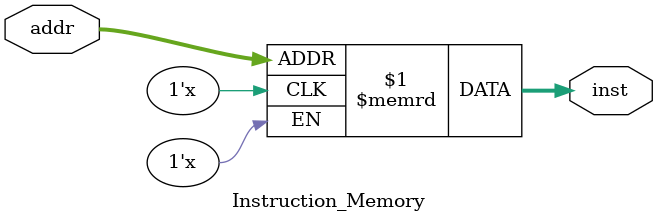
<source format=v>
module Instruction_Memory 
	#(parameter LENGTH = 60)
(
	input [31:0] addr,
	output [31:0] inst
);
	reg [31:0] memory [255:0];

	assign inst = memory[addr] ;
endmodule
</source>
